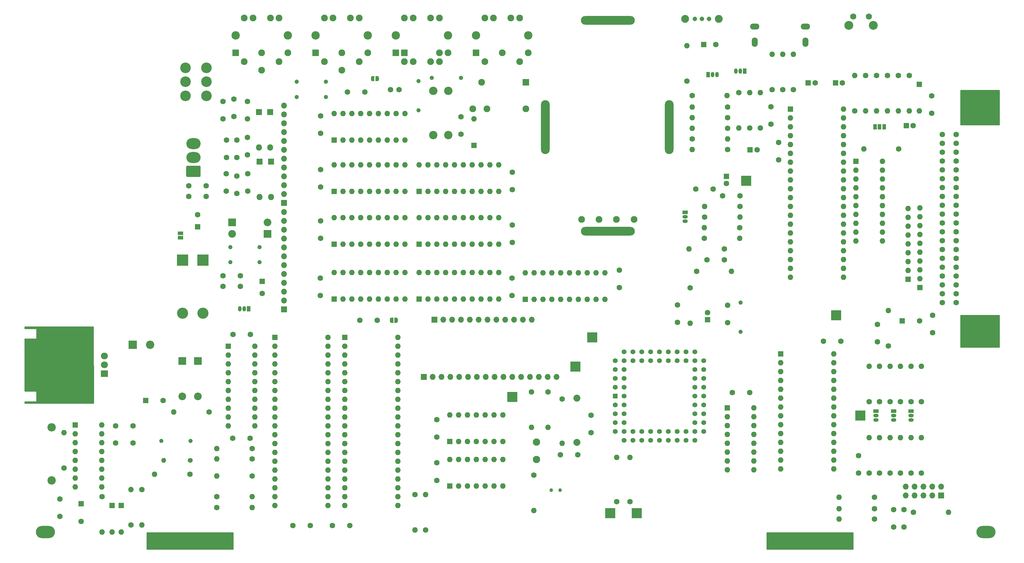
<source format=gbr>
%TF.GenerationSoftware,KiCad,Pcbnew,5.1.5+dfsg1-2build2*%
%TF.CreationDate,2021-10-05T23:16:15-04:00*%
%TF.ProjectId,coco3,636f636f-332e-46b6-9963-61645f706362,1.1.0*%
%TF.SameCoordinates,Original*%
%TF.FileFunction,Soldermask,Top*%
%TF.FilePolarity,Negative*%
%FSLAX46Y46*%
G04 Gerber Fmt 4.6, Leading zero omitted, Abs format (unit mm)*
G04 Created by KiCad (PCBNEW 5.1.5+dfsg1-2build2) date 2021-10-05 23:16:15*
%MOMM*%
%LPD*%
G04 APERTURE LIST*
%ADD10C,1.950000*%
%ADD11O,2.500000X15.500000*%
%ADD12O,15.500000X2.500000*%
%ADD13R,1.700000X1.700000*%
%ADD14O,1.700000X1.700000*%
%ADD15O,1.701800X2.717800*%
%ADD16O,2.717800X1.701800*%
%ADD17C,1.600000*%
%ADD18R,1.600000X1.600000*%
%ADD19R,2.400000X2.400000*%
%ADD20C,2.400000*%
%ADD21C,4.000000*%
%ADD22C,1.600200*%
%ADD23C,0.100000*%
%ADD24O,4.100000X3.160000*%
%ADD25O,3.200000X3.200000*%
%ADD26R,3.200000X3.200000*%
%ADD27R,2.200000X2.200000*%
%ADD28O,2.200000X2.200000*%
%ADD29O,1.600000X1.600000*%
%ADD30R,1.800000X1.800000*%
%ADD31O,1.800000X1.800000*%
%ADD32C,1.422400*%
%ADD33R,1.422400X1.422400*%
%ADD34R,1.050000X1.500000*%
%ADD35O,1.050000X1.500000*%
%ADD36R,1.950000X1.950000*%
%ADD37O,2.000000X2.000000*%
%ADD38C,2.000000*%
%ADD39O,3.500000X3.500000*%
%ADD40R,2.000000X1.905000*%
%ADD41O,2.000000X1.905000*%
%ADD42R,1.500000X1.050000*%
%ADD43O,1.500000X1.050000*%
%ADD44O,2.400000X2.400000*%
%ADD45C,3.044000*%
%ADD46C,1.778000*%
%ADD47C,2.540000*%
%ADD48C,2.250000*%
%ADD49C,1.308000*%
%ADD50C,2.100000*%
%ADD51C,1.030000*%
%ADD52O,5.500000X3.500000*%
%ADD53C,1.240000*%
%ADD54R,3.000000X3.000000*%
%ADD55C,1.400000*%
%ADD56O,1.400000X1.400000*%
%ADD57R,1.000000X1.500000*%
%ADD58R,1.500000X1.000000*%
%ADD59C,0.254000*%
G04 APERTURE END LIST*
D10*
%TO.C,RF1*%
X199796000Y-76774000D03*
X214796000Y-76774000D03*
X209796000Y-76774000D03*
X204796000Y-76774000D03*
D11*
X189321000Y-50274000D03*
X224921000Y-50274000D03*
D12*
X207296000Y-19649000D03*
X207296000Y-80149000D03*
%TD*%
D13*
%TO.C,CN4*%
X157551400Y-105574000D03*
D14*
X160091400Y-105574000D03*
X162631400Y-105574000D03*
X165171400Y-105574000D03*
X167711400Y-105574000D03*
X170251400Y-105574000D03*
X172791400Y-105574000D03*
X175331400Y-105574000D03*
X177871400Y-105574000D03*
X180411400Y-105574000D03*
X182951400Y-105574000D03*
X185491400Y-105574000D03*
%TD*%
D13*
%TO.C,CN6*%
X114301000Y-72074000D03*
D14*
X114301000Y-69534000D03*
X114301000Y-66994000D03*
X114301000Y-64454000D03*
X114301000Y-61914000D03*
X114301000Y-59374000D03*
X114301000Y-56834000D03*
X114301000Y-54294000D03*
X114301000Y-51754000D03*
X114301000Y-49214000D03*
X114301000Y-46674000D03*
X114301000Y-44134000D03*
%TD*%
D13*
%TO.C,CN5*%
X114301000Y-102574000D03*
D14*
X114301000Y-100034000D03*
X114301000Y-97494000D03*
X114301000Y-94954000D03*
X114301000Y-92414000D03*
X114301000Y-89874000D03*
X114301000Y-87334000D03*
X114301000Y-84794000D03*
X114301000Y-82254000D03*
X114301000Y-79714000D03*
X114301000Y-77174000D03*
X114301000Y-74634000D03*
%TD*%
D15*
%TO.C,J5A1001*%
X249501400Y-25874000D03*
D16*
X249501400Y-21374000D03*
%TD*%
D15*
%TO.C,J5B1001*%
X264001400Y-25874000D03*
D16*
X264001400Y-21374000D03*
%TD*%
D17*
%TO.C,C1*%
X256291000Y-59674000D03*
X256291000Y-54674000D03*
%TD*%
D18*
%TO.C,C2*%
X272621000Y-37544000D03*
D17*
X274621000Y-37544000D03*
%TD*%
%TO.C,C3*%
X294951000Y-49864000D03*
D18*
X292951000Y-49864000D03*
%TD*%
D17*
%TO.C,C4*%
X274201000Y-111724000D03*
X269201000Y-111724000D03*
%TD*%
%TO.C,C6*%
X121901000Y-164674000D03*
X116901000Y-164674000D03*
%TD*%
%TO.C,C7*%
X133201000Y-164674000D03*
X128201000Y-164674000D03*
%TD*%
%TO.C,C8*%
X241701000Y-101424000D03*
X241701000Y-106424000D03*
%TD*%
D18*
%TO.C,C9*%
X235931000Y-105544000D03*
D17*
X235931000Y-103544000D03*
%TD*%
%TO.C,C10*%
X227301000Y-106374000D03*
X227301000Y-101374000D03*
%TD*%
%TO.C,C11*%
X284701000Y-106924000D03*
X284701000Y-111924000D03*
%TD*%
%TO.C,C12*%
X248051000Y-126524000D03*
X243051000Y-126524000D03*
%TD*%
%TO.C,C13*%
X104601400Y-139574000D03*
X99601400Y-139574000D03*
%TD*%
%TO.C,C14*%
X50001400Y-162074000D03*
X50001400Y-157074000D03*
%TD*%
%TO.C,C15*%
X56051400Y-163444000D03*
D18*
X56051400Y-158444000D03*
%TD*%
D17*
%TO.C,C16*%
X103801400Y-42944000D03*
X103801400Y-47944000D03*
%TD*%
%TO.C,C17*%
X100801400Y-64324000D03*
X100801400Y-69324000D03*
%TD*%
%TO.C,C18*%
X103961400Y-68624000D03*
X103961400Y-63624000D03*
%TD*%
%TO.C,C19*%
X103801400Y-53274000D03*
X103801400Y-58274000D03*
%TD*%
%TO.C,C20*%
X96801400Y-47944000D03*
X96801400Y-42944000D03*
%TD*%
%TO.C,C21*%
X97801400Y-58974000D03*
X97801400Y-53974000D03*
%TD*%
%TO.C,C22*%
X99901400Y-42244000D03*
X99901400Y-47244000D03*
%TD*%
%TO.C,C23*%
X97701400Y-63624000D03*
X97701400Y-68624000D03*
%TD*%
%TO.C,C24*%
X147371000Y-39504000D03*
X144871000Y-39504000D03*
%TD*%
%TO.C,C25*%
X165151000Y-52324000D03*
X165151000Y-47324000D03*
%TD*%
%TO.C,C26*%
X300551000Y-104274000D03*
X300551000Y-109274000D03*
%TD*%
D18*
%TO.C,C27*%
X291801000Y-105874000D03*
D17*
X296801000Y-105874000D03*
%TD*%
%TO.C,C28*%
X66001400Y-136074000D03*
X71001400Y-136074000D03*
%TD*%
D19*
%TO.C,C29*%
X70901400Y-112774000D03*
D20*
X75901400Y-112774000D03*
%TD*%
D17*
%TO.C,C30*%
X66001400Y-140974000D03*
X71001400Y-140974000D03*
%TD*%
D18*
%TO.C,C31*%
X74661400Y-128774000D03*
D17*
X79661400Y-128774000D03*
%TD*%
%TO.C,C32*%
X96801400Y-96024000D03*
X101801400Y-96024000D03*
%TD*%
%TO.C,C33*%
X101801400Y-92924000D03*
X96801400Y-92924000D03*
%TD*%
%TO.C,C34*%
X254141000Y-44474000D03*
X254141000Y-49474000D03*
%TD*%
%TO.C,C35*%
X91951400Y-67124000D03*
X86951400Y-67124000D03*
%TD*%
%TO.C,C36*%
X86951400Y-70174000D03*
X91951400Y-70174000D03*
%TD*%
%TO.C,C37*%
X240781000Y-88344000D03*
X235781000Y-88344000D03*
%TD*%
%TO.C,C38*%
X210601000Y-91374000D03*
X210601000Y-96374000D03*
%TD*%
%TO.C,C39*%
X179901000Y-63214000D03*
X179901000Y-68214000D03*
%TD*%
%TO.C,C40*%
X179776000Y-98614000D03*
X179776000Y-93614000D03*
%TD*%
%TO.C,C41*%
X179901000Y-83414000D03*
X179901000Y-78414000D03*
%TD*%
%TO.C,C42*%
X279301000Y-144574000D03*
X279301000Y-149574000D03*
%TD*%
%TO.C,C43*%
X124801000Y-52074000D03*
X124801000Y-47074000D03*
%TD*%
%TO.C,C44*%
X124801000Y-67514000D03*
X124801000Y-62514000D03*
%TD*%
%TO.C,C45*%
X124801000Y-77174000D03*
X124801000Y-82174000D03*
%TD*%
%TO.C,C46*%
X124731000Y-98624000D03*
X124731000Y-93624000D03*
%TD*%
%TO.C,C47*%
X158201000Y-139274000D03*
X158201000Y-134274000D03*
%TD*%
%TO.C,C48*%
X158201000Y-146674000D03*
X158201000Y-151674000D03*
%TD*%
%TO.C,C49*%
X100801400Y-53974000D03*
X100801400Y-58974000D03*
%TD*%
%TO.C,C50*%
X245201000Y-69974000D03*
X240201000Y-69974000D03*
%TD*%
%TO.C,C51*%
X232501000Y-68054000D03*
X237501000Y-68054000D03*
%TD*%
D18*
%TO.C,C54*%
X234801000Y-26574000D03*
D17*
X238301000Y-26574000D03*
%TD*%
%TO.C,C55*%
X250131000Y-56774000D03*
D18*
X248131000Y-56774000D03*
%TD*%
D17*
%TO.C,C56*%
X266821000Y-37614000D03*
D18*
X264821000Y-37614000D03*
%TD*%
D17*
%TO.C,C58*%
X292301000Y-160074000D03*
X292301000Y-165074000D03*
%TD*%
%TO.C,C59*%
X289301000Y-165074000D03*
X289301000Y-160074000D03*
%TD*%
%TO.C,C60*%
X198701000Y-144324000D03*
X193701000Y-144324000D03*
%TD*%
%TO.C,C61*%
X300301000Y-41274000D03*
X300301000Y-46274000D03*
%TD*%
D18*
%TO.C,C62*%
X89531400Y-78894000D03*
D17*
X89531400Y-75394000D03*
%TD*%
D18*
%TO.C,C63*%
X108101000Y-94524000D03*
D17*
X108101000Y-98024000D03*
%TD*%
%TO.C,C64*%
X202451000Y-132974000D03*
X202451000Y-137974000D03*
%TD*%
%TO.C,C65*%
X141101000Y-105724000D03*
X136101000Y-105724000D03*
%TD*%
%TO.C,C66*%
X132501000Y-40224000D03*
X137501000Y-40224000D03*
%TD*%
D18*
%TO.C,C67*%
X241311000Y-64444000D03*
D17*
X241311000Y-66444000D03*
%TD*%
%TO.C,C68*%
X99701400Y-109774000D03*
X104701400Y-109774000D03*
%TD*%
D21*
%TO.C,CN1*%
X311950000Y-109276500D03*
X311950000Y-43871500D03*
D22*
X303288600Y-100704000D03*
X303288600Y-98164000D03*
X303288600Y-95624000D03*
X303288600Y-93084000D03*
X303288600Y-90544000D03*
X303288600Y-88004000D03*
X303288600Y-85464000D03*
X303288600Y-82924000D03*
X303288600Y-80384000D03*
X303288600Y-77844000D03*
X303288600Y-75304000D03*
X303288600Y-72764000D03*
X303288600Y-70224000D03*
X303288600Y-67684000D03*
X303288600Y-65144000D03*
X303288600Y-62604000D03*
X303288600Y-60064000D03*
X303288600Y-57524000D03*
X303288600Y-54984000D03*
X303288600Y-52444000D03*
X307251000Y-100704000D03*
X307251000Y-98164000D03*
X307251000Y-95624000D03*
X307251000Y-93084000D03*
X307251000Y-90544000D03*
X307251000Y-88004000D03*
X307251000Y-85464000D03*
X307251000Y-82924000D03*
X307251000Y-80384000D03*
X307251000Y-77844000D03*
X307251000Y-75304000D03*
X307251000Y-72764000D03*
X307251000Y-70224000D03*
X307251000Y-67684000D03*
X307251000Y-65144000D03*
X307251000Y-62604000D03*
X307251000Y-60064000D03*
X307251000Y-57524000D03*
X307251000Y-54984000D03*
X307251000Y-52444000D03*
%TD*%
D13*
%TO.C,CN3*%
X303001000Y-156074000D03*
D14*
X303001000Y-153534000D03*
X300461000Y-156074000D03*
X300461000Y-153534000D03*
X297921000Y-156074000D03*
X297921000Y-153534000D03*
X295381000Y-156074000D03*
X295381000Y-153534000D03*
X292841000Y-156074000D03*
X292841000Y-153534000D03*
%TD*%
D23*
%TO.C,CN7*%
G36*
X90135904Y-61395204D02*
G01*
X90160173Y-61398804D01*
X90183971Y-61404765D01*
X90207071Y-61413030D01*
X90229249Y-61423520D01*
X90250293Y-61436133D01*
X90269998Y-61450747D01*
X90288177Y-61467223D01*
X90304653Y-61485402D01*
X90319267Y-61505107D01*
X90331880Y-61526151D01*
X90342370Y-61548329D01*
X90350635Y-61571429D01*
X90356596Y-61595227D01*
X90360196Y-61619496D01*
X90361400Y-61644000D01*
X90361400Y-64304000D01*
X90360196Y-64328504D01*
X90356596Y-64352773D01*
X90350635Y-64376571D01*
X90342370Y-64399671D01*
X90331880Y-64421849D01*
X90319267Y-64442893D01*
X90304653Y-64462598D01*
X90288177Y-64480777D01*
X90269998Y-64497253D01*
X90250293Y-64511867D01*
X90229249Y-64524480D01*
X90207071Y-64534970D01*
X90183971Y-64543235D01*
X90160173Y-64549196D01*
X90135904Y-64552796D01*
X90111400Y-64554000D01*
X86511400Y-64554000D01*
X86486896Y-64552796D01*
X86462627Y-64549196D01*
X86438829Y-64543235D01*
X86415729Y-64534970D01*
X86393551Y-64524480D01*
X86372507Y-64511867D01*
X86352802Y-64497253D01*
X86334623Y-64480777D01*
X86318147Y-64462598D01*
X86303533Y-64442893D01*
X86290920Y-64421849D01*
X86280430Y-64399671D01*
X86272165Y-64376571D01*
X86266204Y-64352773D01*
X86262604Y-64328504D01*
X86261400Y-64304000D01*
X86261400Y-61644000D01*
X86262604Y-61619496D01*
X86266204Y-61595227D01*
X86272165Y-61571429D01*
X86280430Y-61548329D01*
X86290920Y-61526151D01*
X86303533Y-61505107D01*
X86318147Y-61485402D01*
X86334623Y-61467223D01*
X86352802Y-61450747D01*
X86372507Y-61436133D01*
X86393551Y-61423520D01*
X86415729Y-61413030D01*
X86438829Y-61404765D01*
X86462627Y-61398804D01*
X86486896Y-61395204D01*
X86511400Y-61394000D01*
X90111400Y-61394000D01*
X90135904Y-61395204D01*
G37*
D24*
X88311400Y-59014000D03*
X88311400Y-55054000D03*
%TD*%
D25*
%TO.C,D1*%
X85201400Y-103714000D03*
D26*
X85201400Y-88474000D03*
%TD*%
%TO.C,D2*%
X91051400Y-88474000D03*
D25*
X91051400Y-103714000D03*
%TD*%
D27*
%TO.C,D3*%
X89651400Y-117464000D03*
D28*
X89651400Y-127624000D03*
%TD*%
%TO.C,D4*%
X85141400Y-127624000D03*
D27*
X85141400Y-117464000D03*
%TD*%
D29*
%TO.C,D5*%
X168901000Y-47954000D03*
D18*
X168901000Y-55574000D03*
%TD*%
%TO.C,D6*%
X65001400Y-158914000D03*
D29*
X65001400Y-166534000D03*
%TD*%
%TO.C,D7*%
X67601400Y-166534000D03*
D18*
X67601400Y-158914000D03*
%TD*%
D30*
%TO.C,D8*%
X107111400Y-45964000D03*
D31*
X107111400Y-56124000D03*
%TD*%
%TO.C,D9*%
X110381400Y-56124000D03*
D30*
X110381400Y-45964000D03*
%TD*%
D31*
%TO.C,D10*%
X107321400Y-70364000D03*
D30*
X107321400Y-60204000D03*
%TD*%
%TO.C,D11*%
X110631400Y-60194000D03*
D31*
X110631400Y-70354000D03*
%TD*%
D18*
%TO.C,D12*%
X296701000Y-38004000D03*
D29*
X296701000Y-45624000D03*
%TD*%
D27*
%TO.C,D13*%
X99411400Y-77614000D03*
D28*
X109571400Y-77614000D03*
%TD*%
%TO.C,D14*%
X99411000Y-80894000D03*
D27*
X109571000Y-80894000D03*
%TD*%
D18*
%TO.C,IC1*%
X259701000Y-45154000D03*
D29*
X274941000Y-93414000D03*
X259701000Y-47694000D03*
X274941000Y-90874000D03*
X259701000Y-50234000D03*
X274941000Y-88334000D03*
X259701000Y-52774000D03*
X274941000Y-85794000D03*
X259701000Y-55314000D03*
X274941000Y-83254000D03*
X259701000Y-57854000D03*
X274941000Y-80714000D03*
X259701000Y-60394000D03*
X274941000Y-78174000D03*
X259701000Y-62934000D03*
X274941000Y-75634000D03*
X259701000Y-65474000D03*
X274941000Y-73094000D03*
X259701000Y-68014000D03*
X274941000Y-70554000D03*
X259701000Y-70554000D03*
X274941000Y-68014000D03*
X259701000Y-73094000D03*
X274941000Y-65474000D03*
X259701000Y-75634000D03*
X274941000Y-62934000D03*
X259701000Y-78174000D03*
X274941000Y-60394000D03*
X259701000Y-80714000D03*
X274941000Y-57854000D03*
X259701000Y-83254000D03*
X274941000Y-55314000D03*
X259701000Y-85794000D03*
X274941000Y-52774000D03*
X259701000Y-88334000D03*
X274941000Y-50234000D03*
X259701000Y-90874000D03*
X274941000Y-47694000D03*
X259701000Y-93414000D03*
X274941000Y-45154000D03*
%TD*%
D18*
%TO.C,IC3*%
X278531000Y-60074000D03*
D29*
X286151000Y-82934000D03*
X278531000Y-62614000D03*
X286151000Y-80394000D03*
X278531000Y-65154000D03*
X286151000Y-77854000D03*
X278531000Y-67694000D03*
X286151000Y-75314000D03*
X278531000Y-70234000D03*
X286151000Y-72774000D03*
X278531000Y-72774000D03*
X286151000Y-70234000D03*
X278531000Y-75314000D03*
X286151000Y-67694000D03*
X278531000Y-77854000D03*
X286151000Y-65154000D03*
X278531000Y-80394000D03*
X286151000Y-62614000D03*
X278531000Y-82934000D03*
X286151000Y-60074000D03*
%TD*%
%TO.C,IC4*%
X126941000Y-110634000D03*
X111701000Y-158894000D03*
X126941000Y-113174000D03*
X111701000Y-156354000D03*
X126941000Y-115714000D03*
X111701000Y-153814000D03*
X126941000Y-118254000D03*
X111701000Y-151274000D03*
X126941000Y-120794000D03*
X111701000Y-148734000D03*
X126941000Y-123334000D03*
X111701000Y-146194000D03*
X126941000Y-125874000D03*
X111701000Y-143654000D03*
X126941000Y-128414000D03*
X111701000Y-141114000D03*
X126941000Y-130954000D03*
X111701000Y-138574000D03*
X126941000Y-133494000D03*
X111701000Y-136034000D03*
X126941000Y-136034000D03*
X111701000Y-133494000D03*
X126941000Y-138574000D03*
X111701000Y-130954000D03*
X126941000Y-141114000D03*
X111701000Y-128414000D03*
X126941000Y-143654000D03*
X111701000Y-125874000D03*
X126941000Y-146194000D03*
X111701000Y-123334000D03*
X126941000Y-148734000D03*
X111701000Y-120794000D03*
X126941000Y-151274000D03*
X111701000Y-118254000D03*
X126941000Y-153814000D03*
X111701000Y-115714000D03*
X126941000Y-156354000D03*
X111701000Y-113174000D03*
X126941000Y-158894000D03*
D18*
X111701000Y-110634000D03*
%TD*%
%TO.C,IC5*%
X131781000Y-110634000D03*
D29*
X147021000Y-158894000D03*
X131781000Y-113174000D03*
X147021000Y-156354000D03*
X131781000Y-115714000D03*
X147021000Y-153814000D03*
X131781000Y-118254000D03*
X147021000Y-151274000D03*
X131781000Y-120794000D03*
X147021000Y-148734000D03*
X131781000Y-123334000D03*
X147021000Y-146194000D03*
X131781000Y-125874000D03*
X147021000Y-143654000D03*
X131781000Y-128414000D03*
X147021000Y-141114000D03*
X131781000Y-130954000D03*
X147021000Y-138574000D03*
X131781000Y-133494000D03*
X147021000Y-136034000D03*
X131781000Y-136034000D03*
X147021000Y-133494000D03*
X131781000Y-138574000D03*
X147021000Y-130954000D03*
X131781000Y-141114000D03*
X147021000Y-128414000D03*
X131781000Y-143654000D03*
X147021000Y-125874000D03*
X131781000Y-146194000D03*
X147021000Y-123334000D03*
X131781000Y-148734000D03*
X147021000Y-120794000D03*
X131781000Y-151274000D03*
X147021000Y-118254000D03*
X131781000Y-153814000D03*
X147021000Y-115714000D03*
X131781000Y-156354000D03*
X147021000Y-113174000D03*
X131781000Y-158894000D03*
X147021000Y-110634000D03*
%TD*%
D32*
%TO.C,IC6*%
X211941000Y-127474000D03*
X211941000Y-130014000D03*
X211941000Y-132554000D03*
X211941000Y-135094000D03*
X211941000Y-124934000D03*
X211941000Y-122394000D03*
X211941000Y-119854000D03*
X211941000Y-117314000D03*
D33*
X209401000Y-127474000D03*
D32*
X209401000Y-130014000D03*
X209401000Y-132554000D03*
X209401000Y-135094000D03*
X209401000Y-137634000D03*
X209401000Y-124934000D03*
X209401000Y-122394000D03*
X209401000Y-119854000D03*
X211941000Y-137634000D03*
X214481000Y-137634000D03*
X217021000Y-137634000D03*
X219561000Y-137634000D03*
X222101000Y-137634000D03*
X224641000Y-137634000D03*
X227181000Y-137634000D03*
X229721000Y-137634000D03*
X211941000Y-140174000D03*
X214481000Y-140174000D03*
X217021000Y-140174000D03*
X219561000Y-140174000D03*
X222101000Y-140174000D03*
X224641000Y-140174000D03*
X227181000Y-140174000D03*
X229721000Y-140174000D03*
X232261000Y-140174000D03*
X232261000Y-137634000D03*
X232261000Y-135094000D03*
X232261000Y-132554000D03*
X232261000Y-130014000D03*
X232261000Y-127474000D03*
X232261000Y-124934000D03*
X232261000Y-122394000D03*
X232261000Y-119854000D03*
X232261000Y-114774000D03*
X234801000Y-137634000D03*
X234801000Y-135094000D03*
X234801000Y-132554000D03*
X234801000Y-130014000D03*
X234801000Y-127474000D03*
X234801000Y-124934000D03*
X234801000Y-122394000D03*
X234801000Y-119854000D03*
X234801000Y-117314000D03*
X232261000Y-117314000D03*
X229721000Y-117314000D03*
X227181000Y-117314000D03*
X224641000Y-117314000D03*
X222101000Y-117314000D03*
X219561000Y-117314000D03*
X217021000Y-117314000D03*
X214481000Y-117314000D03*
X209401000Y-117314000D03*
X229721000Y-114774000D03*
X227181000Y-114774000D03*
X224641000Y-114774000D03*
X222101000Y-114774000D03*
X219561000Y-114774000D03*
X217021000Y-114774000D03*
X214481000Y-114774000D03*
X211941000Y-114774000D03*
%TD*%
D29*
%TO.C,IC7*%
X105921400Y-113174000D03*
X98301400Y-136034000D03*
X105921400Y-115714000D03*
X98301400Y-133494000D03*
X105921400Y-118254000D03*
X98301400Y-130954000D03*
X105921400Y-120794000D03*
X98301400Y-128414000D03*
X105921400Y-123334000D03*
X98301400Y-125874000D03*
X105921400Y-125874000D03*
X98301400Y-123334000D03*
X105921400Y-128414000D03*
X98301400Y-120794000D03*
X105921400Y-130954000D03*
X98301400Y-118254000D03*
X105921400Y-133494000D03*
X98301400Y-115714000D03*
X105921400Y-136034000D03*
D18*
X98301400Y-113174000D03*
%TD*%
D29*
%TO.C,IC8*%
X62021400Y-135774000D03*
X54401400Y-153554000D03*
X62021400Y-138314000D03*
X54401400Y-151014000D03*
X62021400Y-140854000D03*
X54401400Y-148474000D03*
X62021400Y-143394000D03*
X54401400Y-145934000D03*
X62021400Y-145934000D03*
X54401400Y-143394000D03*
X62021400Y-148474000D03*
X54401400Y-140854000D03*
X62021400Y-151014000D03*
X54401400Y-138314000D03*
X62021400Y-153554000D03*
D18*
X54401400Y-135774000D03*
%TD*%
%TO.C,IC9*%
X241601000Y-130854000D03*
D29*
X249221000Y-148634000D03*
X241601000Y-133394000D03*
X249221000Y-146094000D03*
X241601000Y-135934000D03*
X249221000Y-143554000D03*
X241601000Y-138474000D03*
X249221000Y-141014000D03*
X241601000Y-141014000D03*
X249221000Y-138474000D03*
X241601000Y-143554000D03*
X249221000Y-135934000D03*
X241601000Y-146094000D03*
X249221000Y-133394000D03*
X241601000Y-148634000D03*
X249221000Y-130854000D03*
%TD*%
%TO.C,IC10*%
X183601000Y-92074000D03*
X206461000Y-99694000D03*
X186141000Y-92074000D03*
X203921000Y-99694000D03*
X188681000Y-92074000D03*
X201381000Y-99694000D03*
X191221000Y-92074000D03*
X198841000Y-99694000D03*
X193761000Y-92074000D03*
X196301000Y-99694000D03*
X196301000Y-92074000D03*
X193761000Y-99694000D03*
X198841000Y-92074000D03*
X191221000Y-99694000D03*
X201381000Y-92074000D03*
X188681000Y-99694000D03*
X203921000Y-92074000D03*
X186141000Y-99694000D03*
X206461000Y-92074000D03*
D18*
X183601000Y-99694000D03*
%TD*%
%TO.C,IC11*%
X153101000Y-68704000D03*
D29*
X175961000Y-61084000D03*
X155641000Y-68704000D03*
X173421000Y-61084000D03*
X158181000Y-68704000D03*
X170881000Y-61084000D03*
X160721000Y-68704000D03*
X168341000Y-61084000D03*
X163261000Y-68704000D03*
X165801000Y-61084000D03*
X165801000Y-68704000D03*
X163261000Y-61084000D03*
X168341000Y-68704000D03*
X160721000Y-61084000D03*
X170881000Y-68704000D03*
X158181000Y-61084000D03*
X173421000Y-68704000D03*
X155641000Y-61084000D03*
X175961000Y-68704000D03*
X153101000Y-61084000D03*
%TD*%
%TO.C,IC12*%
X153101000Y-92004000D03*
X175961000Y-99624000D03*
X155641000Y-92004000D03*
X173421000Y-99624000D03*
X158181000Y-92004000D03*
X170881000Y-99624000D03*
X160721000Y-92004000D03*
X168341000Y-99624000D03*
X163261000Y-92004000D03*
X165801000Y-99624000D03*
X165801000Y-92004000D03*
X163261000Y-99624000D03*
X168341000Y-92004000D03*
X160721000Y-99624000D03*
X170881000Y-92004000D03*
X158181000Y-99624000D03*
X173421000Y-92004000D03*
X155641000Y-99624000D03*
X175961000Y-92004000D03*
D18*
X153101000Y-99624000D03*
%TD*%
%TO.C,IC13*%
X153101000Y-83884000D03*
D29*
X175961000Y-76264000D03*
X155641000Y-83884000D03*
X173421000Y-76264000D03*
X158181000Y-83884000D03*
X170881000Y-76264000D03*
X160721000Y-83884000D03*
X168341000Y-76264000D03*
X163261000Y-83884000D03*
X165801000Y-76264000D03*
X165801000Y-83884000D03*
X163261000Y-76264000D03*
X168341000Y-83884000D03*
X160721000Y-76264000D03*
X170881000Y-83884000D03*
X158181000Y-76264000D03*
X173421000Y-83884000D03*
X155641000Y-76264000D03*
X175961000Y-83884000D03*
X153101000Y-76264000D03*
%TD*%
%TO.C,IC14*%
X161931000Y-132914000D03*
X177171000Y-140534000D03*
X164471000Y-132914000D03*
X174631000Y-140534000D03*
X167011000Y-132914000D03*
X172091000Y-140534000D03*
X169551000Y-132914000D03*
X169551000Y-140534000D03*
X172091000Y-132914000D03*
X167011000Y-140534000D03*
X174631000Y-132914000D03*
X164471000Y-140534000D03*
X177171000Y-132914000D03*
D18*
X161931000Y-140534000D03*
%TD*%
%TO.C,IC15*%
X161931000Y-153324000D03*
D29*
X177171000Y-145704000D03*
X164471000Y-153324000D03*
X174631000Y-145704000D03*
X167011000Y-153324000D03*
X172091000Y-145704000D03*
X169551000Y-153324000D03*
X169551000Y-145704000D03*
X172091000Y-153324000D03*
X167011000Y-145704000D03*
X174631000Y-153324000D03*
X164471000Y-145704000D03*
X177171000Y-153324000D03*
X161931000Y-145704000D03*
%TD*%
%TO.C,IC16*%
X128751000Y-76264000D03*
X149071000Y-83884000D03*
X131291000Y-76264000D03*
X146531000Y-83884000D03*
X133831000Y-76264000D03*
X143991000Y-83884000D03*
X136371000Y-76264000D03*
X141451000Y-83884000D03*
X138911000Y-76264000D03*
X138911000Y-83884000D03*
X141451000Y-76264000D03*
X136371000Y-83884000D03*
X143991000Y-76264000D03*
X133831000Y-83884000D03*
X146531000Y-76264000D03*
X131291000Y-83884000D03*
X149071000Y-76264000D03*
D18*
X128751000Y-83884000D03*
%TD*%
%TO.C,IC17*%
X128751000Y-99624000D03*
D29*
X149071000Y-92004000D03*
X131291000Y-99624000D03*
X146531000Y-92004000D03*
X133831000Y-99624000D03*
X143991000Y-92004000D03*
X136371000Y-99624000D03*
X141451000Y-92004000D03*
X138911000Y-99624000D03*
X138911000Y-92004000D03*
X141451000Y-99624000D03*
X136371000Y-92004000D03*
X143991000Y-99624000D03*
X133831000Y-92004000D03*
X146531000Y-99624000D03*
X131291000Y-92004000D03*
X149071000Y-99624000D03*
X128751000Y-92004000D03*
%TD*%
D18*
%TO.C,IC18*%
X128751000Y-53974000D03*
D29*
X149071000Y-46354000D03*
X131291000Y-53974000D03*
X146531000Y-46354000D03*
X133831000Y-53974000D03*
X143991000Y-46354000D03*
X136371000Y-53974000D03*
X141451000Y-46354000D03*
X138911000Y-53974000D03*
X138911000Y-46354000D03*
X141451000Y-53974000D03*
X136371000Y-46354000D03*
X143991000Y-53974000D03*
X133831000Y-46354000D03*
X146531000Y-53974000D03*
X131291000Y-46354000D03*
X149071000Y-53974000D03*
X128751000Y-46354000D03*
%TD*%
%TO.C,IC19*%
X128751000Y-61084000D03*
X149071000Y-68704000D03*
X131291000Y-61084000D03*
X146531000Y-68704000D03*
X133831000Y-61084000D03*
X143991000Y-68704000D03*
X136371000Y-61084000D03*
X141451000Y-68704000D03*
X138911000Y-61084000D03*
X138911000Y-68704000D03*
X141451000Y-61084000D03*
X136371000Y-68704000D03*
X143991000Y-61084000D03*
X133831000Y-68704000D03*
X146531000Y-61084000D03*
X131291000Y-68704000D03*
X149071000Y-61084000D03*
D18*
X128751000Y-68704000D03*
%TD*%
D34*
%TO.C,IC36*%
X104201000Y-102474000D03*
D35*
X101661000Y-102474000D03*
X102931000Y-102474000D03*
%TD*%
D14*
%TO.C,CN2*%
X192541000Y-121984000D03*
X190001000Y-121984000D03*
X187461000Y-121984000D03*
X184921000Y-121984000D03*
X182381000Y-121984000D03*
X179841000Y-121984000D03*
X177301000Y-121984000D03*
X174761000Y-121984000D03*
X172221000Y-121984000D03*
X169681000Y-121984000D03*
X167141000Y-121984000D03*
X164601000Y-121984000D03*
X162061000Y-121984000D03*
X159521000Y-121984000D03*
X156981000Y-121984000D03*
D13*
X154441000Y-121984000D03*
%TD*%
D10*
%TO.C,JK1*%
X112921000Y-18964000D03*
X102921000Y-18964000D03*
X107921000Y-33964000D03*
X115421000Y-28964000D03*
D20*
X115421000Y-23964000D03*
X100421000Y-23964000D03*
D10*
X102921000Y-31464000D03*
X112921000Y-31464000D03*
D36*
X100421000Y-28964000D03*
D10*
X107921000Y-28964000D03*
X105421000Y-18964000D03*
X110421000Y-18964000D03*
%TD*%
%TO.C,JK2*%
X133421000Y-18964000D03*
X128421000Y-18964000D03*
X130921000Y-28964000D03*
D36*
X123421000Y-28964000D03*
D10*
X135921000Y-31464000D03*
X125921000Y-31464000D03*
D20*
X123421000Y-23964000D03*
X138421000Y-23964000D03*
D10*
X138421000Y-28964000D03*
X130921000Y-33964000D03*
X125921000Y-18964000D03*
X135921000Y-18964000D03*
%TD*%
%TO.C,JK3*%
X156421000Y-18964000D03*
X151421000Y-18964000D03*
X158921000Y-28964000D03*
D36*
X148921000Y-28964000D03*
D10*
X156421000Y-31464000D03*
X151421000Y-31464000D03*
D20*
X146421000Y-23964000D03*
X161421000Y-23964000D03*
D10*
X148921000Y-18964000D03*
X158921000Y-18964000D03*
D36*
X146421000Y-28964000D03*
D10*
X161421000Y-28964000D03*
X158921000Y-31464000D03*
X148921000Y-31464000D03*
%TD*%
%TO.C,JK4*%
X179451000Y-18964000D03*
X174451000Y-18964000D03*
X176951000Y-28964000D03*
D36*
X169451000Y-28964000D03*
D10*
X181951000Y-31464000D03*
X171951000Y-31464000D03*
D20*
X169451000Y-23964000D03*
X184451000Y-23964000D03*
D10*
X184451000Y-28964000D03*
X181951000Y-18964000D03*
X171951000Y-18964000D03*
%TD*%
D37*
%TO.C,L1*%
X198451000Y-128124000D03*
D38*
X198451000Y-140824000D03*
%TD*%
D29*
%TO.C,MP1*%
X296891000Y-73514000D03*
X296891000Y-76054000D03*
X296891000Y-78594000D03*
X296891000Y-81134000D03*
X296891000Y-83674000D03*
X296891000Y-86214000D03*
X296891000Y-88754000D03*
X296891000Y-91294000D03*
X296891000Y-93834000D03*
D18*
X296891000Y-96374000D03*
%TD*%
D29*
%TO.C,MP2*%
X293451000Y-73624000D03*
X293451000Y-76164000D03*
X293451000Y-78704000D03*
X293451000Y-81244000D03*
X293451000Y-83784000D03*
X293451000Y-86324000D03*
X293451000Y-88864000D03*
X293451000Y-91404000D03*
D18*
X293451000Y-93944000D03*
%TD*%
D39*
%TO.C,Q1*%
X46141400Y-118557000D03*
D40*
X62801400Y-121097000D03*
D41*
X62801400Y-118557000D03*
X62801400Y-116017000D03*
%TD*%
D35*
%TO.C,Q2*%
X237361000Y-35174000D03*
X238631000Y-35174000D03*
D34*
X236091000Y-35174000D03*
%TD*%
D42*
%TO.C,Q3*%
X229491000Y-74724000D03*
D43*
X229491000Y-77264000D03*
X229491000Y-75994000D03*
%TD*%
D34*
%TO.C,Q4*%
X246591000Y-34224000D03*
D35*
X244051000Y-34224000D03*
X245321000Y-34224000D03*
%TD*%
D43*
%TO.C,Q5*%
X284301000Y-133094000D03*
X284301000Y-134364000D03*
D42*
X284301000Y-131824000D03*
%TD*%
%TO.C,Q6*%
X289301000Y-131824000D03*
D43*
X289301000Y-134364000D03*
X289301000Y-133094000D03*
%TD*%
%TO.C,Q7*%
X294301000Y-133094000D03*
X294301000Y-134364000D03*
D42*
X294301000Y-131824000D03*
%TD*%
D29*
%TO.C,R1*%
X293826000Y-45624000D03*
D17*
X293826000Y-35464000D03*
%TD*%
D29*
%TO.C,R2*%
X281326000Y-45624000D03*
D17*
X281326000Y-35464000D03*
%TD*%
%TO.C,R3*%
X284451000Y-35464000D03*
D29*
X284451000Y-45624000D03*
%TD*%
D17*
%TO.C,R4*%
X287576000Y-35464000D03*
D29*
X287576000Y-45624000D03*
%TD*%
%TO.C,R5*%
X290701000Y-45624000D03*
D17*
X290701000Y-35464000D03*
%TD*%
D29*
%TO.C,R6*%
X155001000Y-155814000D03*
D17*
X155001000Y-165974000D03*
%TD*%
D29*
%TO.C,R7*%
X105161400Y-159474000D03*
D17*
X95001400Y-159474000D03*
%TD*%
%TO.C,R8*%
X230901000Y-96424000D03*
D29*
X230901000Y-106584000D03*
%TD*%
D17*
%TO.C,R9*%
X213651000Y-157794000D03*
D29*
X213651000Y-145094000D03*
%TD*%
D17*
%TO.C,R10*%
X209801000Y-157794000D03*
D29*
X209801000Y-145094000D03*
%TD*%
%TO.C,R11*%
X287801000Y-102964000D03*
D17*
X287801000Y-113124000D03*
%TD*%
%TO.C,R12*%
X95001400Y-156374000D03*
D29*
X105161400Y-156374000D03*
%TD*%
D44*
%TO.C,R13*%
X157201000Y-39874000D03*
D20*
X157201000Y-52574000D03*
%TD*%
%TO.C,R14*%
X161501000Y-52574000D03*
D44*
X161501000Y-39874000D03*
%TD*%
D29*
%TO.C,R16*%
X73501400Y-164534000D03*
D17*
X73501400Y-154374000D03*
%TD*%
%TO.C,R17*%
X70401400Y-164534000D03*
D29*
X70401400Y-154374000D03*
%TD*%
%TO.C,R18*%
X77141400Y-149974000D03*
D17*
X87301400Y-149974000D03*
%TD*%
D44*
%TO.C,R19*%
X47601400Y-136434000D03*
D20*
X47601400Y-151674000D03*
%TD*%
D17*
%TO.C,R20*%
X51201400Y-148174000D03*
D29*
X51201400Y-138014000D03*
%TD*%
%TO.C,R21*%
X151901000Y-165974000D03*
D17*
X151901000Y-155814000D03*
%TD*%
%TO.C,R22*%
X185401000Y-126274000D03*
D29*
X185401000Y-136434000D03*
%TD*%
D17*
%TO.C,R23*%
X190101000Y-126274000D03*
D29*
X190101000Y-136434000D03*
%TD*%
%TO.C,R26*%
X235031000Y-73044000D03*
D17*
X245191000Y-73044000D03*
%TD*%
D29*
%TO.C,R27*%
X245181000Y-82224000D03*
D17*
X235021000Y-82224000D03*
%TD*%
%TO.C,R28*%
X235031000Y-76104000D03*
D29*
X245191000Y-76104000D03*
%TD*%
%TO.C,R29*%
X235021000Y-79174000D03*
D17*
X245181000Y-79174000D03*
%TD*%
D29*
%TO.C,R30*%
X231491000Y-50604000D03*
D17*
X241651000Y-50604000D03*
%TD*%
D29*
%TO.C,R31*%
X251041000Y-40364000D03*
D17*
X251041000Y-50524000D03*
%TD*%
D29*
%TO.C,R32*%
X254461000Y-29364000D03*
D17*
X254461000Y-39524000D03*
%TD*%
D29*
%TO.C,R33*%
X248011000Y-40364000D03*
D17*
X248011000Y-50524000D03*
%TD*%
%TO.C,R34*%
X244881000Y-40364000D03*
D29*
X244881000Y-50524000D03*
%TD*%
D17*
%TO.C,R35*%
X257501000Y-39524000D03*
D29*
X257501000Y-29364000D03*
%TD*%
%TO.C,R36*%
X260561000Y-29354000D03*
D17*
X260561000Y-39514000D03*
%TD*%
%TO.C,R38*%
X282301000Y-129074000D03*
D29*
X282301000Y-118914000D03*
%TD*%
%TO.C,R39*%
X285301000Y-118914000D03*
D17*
X285301000Y-129074000D03*
%TD*%
%TO.C,R40*%
X283801000Y-156574000D03*
D29*
X273641000Y-156574000D03*
%TD*%
%TO.C,R42*%
X282301000Y-139414000D03*
D17*
X282301000Y-149574000D03*
%TD*%
%TO.C,R43*%
X285301000Y-149574000D03*
D29*
X285301000Y-139414000D03*
%TD*%
D17*
%TO.C,R45*%
X288301000Y-129074000D03*
D29*
X288301000Y-118914000D03*
%TD*%
%TO.C,R46*%
X291301000Y-118914000D03*
D17*
X291301000Y-129074000D03*
%TD*%
D29*
%TO.C,R47*%
X273641000Y-159824000D03*
D17*
X283801000Y-159824000D03*
%TD*%
%TO.C,R49*%
X288301000Y-149574000D03*
D29*
X288301000Y-139414000D03*
%TD*%
D17*
%TO.C,R50*%
X291301000Y-149574000D03*
D29*
X291301000Y-139414000D03*
%TD*%
D17*
%TO.C,R52*%
X294301000Y-129074000D03*
D29*
X294301000Y-118914000D03*
%TD*%
D17*
%TO.C,R53*%
X297301000Y-129074000D03*
D29*
X297301000Y-118914000D03*
%TD*%
%TO.C,R54*%
X273641000Y-162824000D03*
D17*
X283801000Y-162824000D03*
%TD*%
D29*
%TO.C,R56*%
X294301000Y-139414000D03*
D17*
X294301000Y-149574000D03*
%TD*%
D29*
%TO.C,R57*%
X297301000Y-139414000D03*
D17*
X297301000Y-149574000D03*
%TD*%
%TO.C,R59*%
X105161000Y-150474000D03*
D29*
X95001000Y-150474000D03*
%TD*%
D17*
%TO.C,R60*%
X230001000Y-37044000D03*
D29*
X230001000Y-26884000D03*
%TD*%
%TO.C,R61*%
X95001000Y-145574000D03*
D17*
X105161000Y-145574000D03*
%TD*%
%TO.C,R62*%
X105161000Y-142574000D03*
D29*
X95001000Y-142574000D03*
%TD*%
%TO.C,R63*%
X194201000Y-141024000D03*
D17*
X194201000Y-128324000D03*
%TD*%
D29*
%TO.C,R65*%
X186051000Y-160384000D03*
D17*
X186051000Y-150224000D03*
%TD*%
%TO.C,R66*%
X62101400Y-156374000D03*
D29*
X62101400Y-166534000D03*
%TD*%
D17*
%TO.C,R68*%
X240781000Y-85274000D03*
D29*
X230621000Y-85274000D03*
%TD*%
D17*
%TO.C,R69*%
X241651000Y-56694000D03*
D29*
X231491000Y-56694000D03*
%TD*%
%TO.C,R70*%
X241651000Y-53644000D03*
D17*
X231491000Y-53644000D03*
%TD*%
%TO.C,R71*%
X241651000Y-47574000D03*
D29*
X231491000Y-47574000D03*
%TD*%
%TO.C,R72*%
X231491000Y-44544000D03*
D17*
X241651000Y-44544000D03*
%TD*%
D10*
%TO.C,RY1*%
X183781000Y-45014000D03*
D36*
X183781000Y-37394000D03*
D10*
X171081000Y-37394000D03*
X172605000Y-45014000D03*
X168541000Y-45014000D03*
%TD*%
D45*
%TO.C,SW1*%
X86041400Y-33274000D03*
X86041400Y-37274000D03*
X86041400Y-41274000D03*
X92041400Y-33274000D03*
X92041400Y-37274000D03*
X92041400Y-41274000D03*
%TD*%
D46*
%TO.C,SW2*%
X277751400Y-18534000D03*
X282251400Y-18534000D03*
D47*
X276501400Y-21034000D03*
X283501400Y-21034000D03*
%TD*%
D48*
%TO.C,SW3*%
X229451400Y-19254000D03*
X239151400Y-19254000D03*
D49*
X232301400Y-19254000D03*
X236301400Y-19254000D03*
X234301400Y-19254000D03*
%TD*%
D50*
%TO.C,TC1*%
X186851000Y-140674000D03*
X186851000Y-145674000D03*
%TD*%
D51*
%TO.C,X1*%
X191051000Y-154524000D03*
X193551000Y-154524000D03*
%TD*%
D18*
%TO.C,IC2*%
X256881000Y-115374000D03*
D29*
X272121000Y-148394000D03*
X256881000Y-117914000D03*
X272121000Y-145854000D03*
X256881000Y-120454000D03*
X272121000Y-143314000D03*
X256881000Y-122994000D03*
X272121000Y-140774000D03*
X256881000Y-125534000D03*
X272121000Y-138234000D03*
X256881000Y-128074000D03*
X272121000Y-135694000D03*
X256881000Y-130614000D03*
X272121000Y-133154000D03*
X256881000Y-133154000D03*
X272121000Y-130614000D03*
X256881000Y-135694000D03*
X272121000Y-128074000D03*
X256881000Y-138234000D03*
X272121000Y-125534000D03*
X256881000Y-140774000D03*
X272121000Y-122994000D03*
X256881000Y-143314000D03*
X272121000Y-120454000D03*
X256881000Y-145854000D03*
X272121000Y-117914000D03*
X256881000Y-148394000D03*
X272121000Y-115374000D03*
%TD*%
D52*
%TO.C,H1*%
X45801400Y-166574000D03*
%TD*%
%TO.C,H2*%
X315801000Y-166574000D03*
%TD*%
D17*
%TO.C,C52*%
X232791000Y-91684000D03*
D29*
X242791000Y-91684000D03*
%TD*%
%TO.C,C5*%
X280801000Y-56574000D03*
D17*
X290801000Y-56574000D03*
%TD*%
%TO.C,C53*%
X231491000Y-41194000D03*
D29*
X241491000Y-41194000D03*
%TD*%
D17*
%TO.C,C57*%
X295051000Y-160824000D03*
D29*
X305051000Y-160824000D03*
%TD*%
D53*
%TO.C,FB10*%
X126356000Y-41664000D03*
X117986000Y-41664000D03*
%TD*%
%TO.C,FB1*%
X98931000Y-84774000D03*
X107301000Y-84774000D03*
%TD*%
%TO.C,FB2*%
X107301000Y-89074000D03*
X98931000Y-89074000D03*
%TD*%
%TO.C,FB5*%
X245401000Y-109059000D03*
X245401000Y-100689000D03*
%TD*%
%TO.C,FB6*%
X152951000Y-45439000D03*
X152951000Y-37069000D03*
%TD*%
%TO.C,FB7*%
X79111400Y-140374000D03*
X87481400Y-140374000D03*
%TD*%
%TO.C,FB8*%
X165136000Y-36124000D03*
X156766000Y-36124000D03*
%TD*%
%TO.C,FB9*%
X126356000Y-37264000D03*
X117986000Y-37264000D03*
%TD*%
D54*
%TO.C,TP7*%
X246991000Y-65674000D03*
%TD*%
%TO.C,TP8*%
X279801000Y-133074000D03*
%TD*%
D55*
%TO.C,R15*%
X87401400Y-145974000D03*
D56*
X79781400Y-145974000D03*
%TD*%
D54*
%TO.C,TP4*%
X179901000Y-127774000D03*
%TD*%
%TO.C,TP5*%
X198001000Y-119074000D03*
%TD*%
%TO.C,TP6*%
X202801000Y-110674000D03*
%TD*%
%TO.C,TP2*%
X215601000Y-161074000D03*
%TD*%
%TO.C,TP3*%
X208001000Y-161124000D03*
%TD*%
%TO.C,TP1*%
X272851000Y-104274000D03*
%TD*%
D17*
%TO.C,R64*%
X278201000Y-45624000D03*
D29*
X278201000Y-35464000D03*
%TD*%
D23*
%TO.C,JP65*%
G36*
X145211400Y-106473398D02*
G01*
X145186866Y-106473398D01*
X145138035Y-106468588D01*
X145089910Y-106459016D01*
X145042955Y-106444772D01*
X144997622Y-106425995D01*
X144954349Y-106402864D01*
X144913550Y-106375604D01*
X144875621Y-106344476D01*
X144840924Y-106309779D01*
X144809796Y-106271850D01*
X144782536Y-106231051D01*
X144759405Y-106187778D01*
X144740628Y-106142445D01*
X144726384Y-106095490D01*
X144716812Y-106047365D01*
X144712002Y-105998534D01*
X144712002Y-105974000D01*
X144711400Y-105974000D01*
X144711400Y-105474000D01*
X144712002Y-105474000D01*
X144712002Y-105449466D01*
X144716812Y-105400635D01*
X144726384Y-105352510D01*
X144740628Y-105305555D01*
X144759405Y-105260222D01*
X144782536Y-105216949D01*
X144809796Y-105176150D01*
X144840924Y-105138221D01*
X144875621Y-105103524D01*
X144913550Y-105072396D01*
X144954349Y-105045136D01*
X144997622Y-105022005D01*
X145042955Y-105003228D01*
X145089910Y-104988984D01*
X145138035Y-104979412D01*
X145186866Y-104974602D01*
X145211400Y-104974602D01*
X145211400Y-104974000D01*
X145711400Y-104974000D01*
X145711400Y-106474000D01*
X145211400Y-106474000D01*
X145211400Y-106473398D01*
G37*
G36*
X146011400Y-104974000D02*
G01*
X146511400Y-104974000D01*
X146511400Y-104974602D01*
X146535934Y-104974602D01*
X146584765Y-104979412D01*
X146632890Y-104988984D01*
X146679845Y-105003228D01*
X146725178Y-105022005D01*
X146768451Y-105045136D01*
X146809250Y-105072396D01*
X146847179Y-105103524D01*
X146881876Y-105138221D01*
X146913004Y-105176150D01*
X146940264Y-105216949D01*
X146963395Y-105260222D01*
X146982172Y-105305555D01*
X146996416Y-105352510D01*
X147005988Y-105400635D01*
X147010798Y-105449466D01*
X147010798Y-105474000D01*
X147011400Y-105474000D01*
X147011400Y-105974000D01*
X147010798Y-105974000D01*
X147010798Y-105998534D01*
X147005988Y-106047365D01*
X146996416Y-106095490D01*
X146982172Y-106142445D01*
X146963395Y-106187778D01*
X146940264Y-106231051D01*
X146913004Y-106271850D01*
X146881876Y-106309779D01*
X146847179Y-106344476D01*
X146809250Y-106375604D01*
X146768451Y-106402864D01*
X146725178Y-106425995D01*
X146679845Y-106444772D01*
X146632890Y-106459016D01*
X146584765Y-106468588D01*
X146535934Y-106473398D01*
X146511400Y-106473398D01*
X146511400Y-106474000D01*
X146011400Y-106474000D01*
X146011400Y-104974000D01*
G37*
%TD*%
%TO.C,JP66*%
G36*
X140581400Y-35604000D02*
G01*
X141081400Y-35604000D01*
X141081400Y-35604602D01*
X141105934Y-35604602D01*
X141154765Y-35609412D01*
X141202890Y-35618984D01*
X141249845Y-35633228D01*
X141295178Y-35652005D01*
X141338451Y-35675136D01*
X141379250Y-35702396D01*
X141417179Y-35733524D01*
X141451876Y-35768221D01*
X141483004Y-35806150D01*
X141510264Y-35846949D01*
X141533395Y-35890222D01*
X141552172Y-35935555D01*
X141566416Y-35982510D01*
X141575988Y-36030635D01*
X141580798Y-36079466D01*
X141580798Y-36104000D01*
X141581400Y-36104000D01*
X141581400Y-36604000D01*
X141580798Y-36604000D01*
X141580798Y-36628534D01*
X141575988Y-36677365D01*
X141566416Y-36725490D01*
X141552172Y-36772445D01*
X141533395Y-36817778D01*
X141510264Y-36861051D01*
X141483004Y-36901850D01*
X141451876Y-36939779D01*
X141417179Y-36974476D01*
X141379250Y-37005604D01*
X141338451Y-37032864D01*
X141295178Y-37055995D01*
X141249845Y-37074772D01*
X141202890Y-37089016D01*
X141154765Y-37098588D01*
X141105934Y-37103398D01*
X141081400Y-37103398D01*
X141081400Y-37104000D01*
X140581400Y-37104000D01*
X140581400Y-35604000D01*
G37*
G36*
X139781400Y-37103398D02*
G01*
X139756866Y-37103398D01*
X139708035Y-37098588D01*
X139659910Y-37089016D01*
X139612955Y-37074772D01*
X139567622Y-37055995D01*
X139524349Y-37032864D01*
X139483550Y-37005604D01*
X139445621Y-36974476D01*
X139410924Y-36939779D01*
X139379796Y-36901850D01*
X139352536Y-36861051D01*
X139329405Y-36817778D01*
X139310628Y-36772445D01*
X139296384Y-36725490D01*
X139286812Y-36677365D01*
X139282002Y-36628534D01*
X139282002Y-36604000D01*
X139281400Y-36604000D01*
X139281400Y-36104000D01*
X139282002Y-36104000D01*
X139282002Y-36079466D01*
X139286812Y-36030635D01*
X139296384Y-35982510D01*
X139310628Y-35935555D01*
X139329405Y-35890222D01*
X139352536Y-35846949D01*
X139379796Y-35806150D01*
X139410924Y-35768221D01*
X139445621Y-35733524D01*
X139483550Y-35702396D01*
X139524349Y-35675136D01*
X139567622Y-35652005D01*
X139612955Y-35633228D01*
X139659910Y-35618984D01*
X139708035Y-35609412D01*
X139756866Y-35604602D01*
X139781400Y-35604602D01*
X139781400Y-35604000D01*
X140281400Y-35604000D01*
X140281400Y-37104000D01*
X139781400Y-37104000D01*
X139781400Y-37103398D01*
G37*
%TD*%
D17*
%TO.C,R24*%
X92801400Y-132074000D03*
D29*
X82641400Y-132074000D03*
%TD*%
D57*
%TO.C,JP1*%
X284001400Y-50174000D03*
X286601400Y-50174000D03*
X285301400Y-50174000D03*
%TD*%
D58*
%TO.C,JP2*%
X84601400Y-82024000D03*
X84601400Y-80724000D03*
%TD*%
D59*
G36*
X277674400Y-171447000D02*
G01*
X252928400Y-171447000D01*
X252928400Y-166701000D01*
X277674400Y-166701000D01*
X277674400Y-171447000D01*
G37*
X277674400Y-171447000D02*
X252928400Y-171447000D01*
X252928400Y-166701000D01*
X277674400Y-166701000D01*
X277674400Y-171447000D01*
G36*
X99674400Y-171447000D02*
G01*
X74928400Y-171447000D01*
X74928400Y-166701000D01*
X99674400Y-166701000D01*
X99674400Y-171447000D01*
G37*
X99674400Y-171447000D02*
X74928400Y-171447000D01*
X74928400Y-166701000D01*
X99674400Y-166701000D01*
X99674400Y-171447000D01*
G36*
X59673826Y-129497318D02*
G01*
X39928400Y-129546682D01*
X39928400Y-129074000D01*
X43301400Y-129074000D01*
X43301400Y-126074000D01*
X39928400Y-126074000D01*
X39928400Y-111074000D01*
X43301400Y-111074000D01*
X43301400Y-108074000D01*
X39928400Y-108074000D01*
X39928400Y-107601000D01*
X59574972Y-107601000D01*
X59673826Y-129497318D01*
G37*
X59673826Y-129497318D02*
X39928400Y-129546682D01*
X39928400Y-129074000D01*
X43301400Y-129074000D01*
X43301400Y-126074000D01*
X39928400Y-126074000D01*
X39928400Y-111074000D01*
X43301400Y-111074000D01*
X43301400Y-108074000D01*
X39928400Y-108074000D01*
X39928400Y-107601000D01*
X59574972Y-107601000D01*
X59673826Y-129497318D01*
G36*
X319625021Y-49647000D02*
G01*
X308578400Y-49647000D01*
X308578400Y-43871500D01*
X309950400Y-43871500D01*
X309970757Y-44156130D01*
X310031414Y-44434965D01*
X310131136Y-44702330D01*
X310267893Y-44952782D01*
X310438901Y-45181221D01*
X310640679Y-45382999D01*
X310869118Y-45554007D01*
X311119570Y-45690764D01*
X311386935Y-45790486D01*
X311665770Y-45851143D01*
X311950400Y-45871500D01*
X312235030Y-45851143D01*
X312513865Y-45790486D01*
X312781230Y-45690764D01*
X313031682Y-45554007D01*
X313260121Y-45382999D01*
X313461899Y-45181221D01*
X313632907Y-44952782D01*
X313769664Y-44702330D01*
X313869386Y-44434965D01*
X313930043Y-44156130D01*
X313950400Y-43871500D01*
X313930043Y-43586870D01*
X313869386Y-43308035D01*
X313769664Y-43040670D01*
X313632907Y-42790218D01*
X313461899Y-42561779D01*
X313260121Y-42360001D01*
X313031682Y-42188993D01*
X312781230Y-42052236D01*
X312513865Y-41952514D01*
X312235030Y-41891857D01*
X311950400Y-41871500D01*
X311665770Y-41891857D01*
X311386935Y-41952514D01*
X311119570Y-42052236D01*
X310869118Y-42188993D01*
X310640679Y-42360001D01*
X310438901Y-42561779D01*
X310267893Y-42790218D01*
X310131136Y-43040670D01*
X310031414Y-43308035D01*
X309970757Y-43586870D01*
X309950400Y-43871500D01*
X308578400Y-43871500D01*
X308578400Y-39701000D01*
X319673776Y-39701000D01*
X319625021Y-49647000D01*
G37*
X319625021Y-49647000D02*
X308578400Y-49647000D01*
X308578400Y-43871500D01*
X309950400Y-43871500D01*
X309970757Y-44156130D01*
X310031414Y-44434965D01*
X310131136Y-44702330D01*
X310267893Y-44952782D01*
X310438901Y-45181221D01*
X310640679Y-45382999D01*
X310869118Y-45554007D01*
X311119570Y-45690764D01*
X311386935Y-45790486D01*
X311665770Y-45851143D01*
X311950400Y-45871500D01*
X312235030Y-45851143D01*
X312513865Y-45790486D01*
X312781230Y-45690764D01*
X313031682Y-45554007D01*
X313260121Y-45382999D01*
X313461899Y-45181221D01*
X313632907Y-44952782D01*
X313769664Y-44702330D01*
X313869386Y-44434965D01*
X313930043Y-44156130D01*
X313950400Y-43871500D01*
X313930043Y-43586870D01*
X313869386Y-43308035D01*
X313769664Y-43040670D01*
X313632907Y-42790218D01*
X313461899Y-42561779D01*
X313260121Y-42360001D01*
X313031682Y-42188993D01*
X312781230Y-42052236D01*
X312513865Y-41952514D01*
X312235030Y-41891857D01*
X311950400Y-41871500D01*
X311665770Y-41891857D01*
X311386935Y-41952514D01*
X311119570Y-42052236D01*
X310869118Y-42188993D01*
X310640679Y-42360001D01*
X310438901Y-42561779D01*
X310267893Y-42790218D01*
X310131136Y-43040670D01*
X310031414Y-43308035D01*
X309970757Y-43586870D01*
X309950400Y-43871500D01*
X308578400Y-43871500D01*
X308578400Y-39701000D01*
X319673776Y-39701000D01*
X319625021Y-49647000D01*
G36*
X319674400Y-113447000D02*
G01*
X308528400Y-113447000D01*
X308528400Y-109276500D01*
X309950400Y-109276500D01*
X309970757Y-109561130D01*
X310031414Y-109839965D01*
X310131136Y-110107330D01*
X310267893Y-110357782D01*
X310438901Y-110586221D01*
X310640679Y-110787999D01*
X310869118Y-110959007D01*
X311119570Y-111095764D01*
X311386935Y-111195486D01*
X311665770Y-111256143D01*
X311950400Y-111276500D01*
X312235030Y-111256143D01*
X312513865Y-111195486D01*
X312781230Y-111095764D01*
X313031682Y-110959007D01*
X313260121Y-110787999D01*
X313461899Y-110586221D01*
X313632907Y-110357782D01*
X313769664Y-110107330D01*
X313869386Y-109839965D01*
X313930043Y-109561130D01*
X313950400Y-109276500D01*
X313930043Y-108991870D01*
X313869386Y-108713035D01*
X313769664Y-108445670D01*
X313632907Y-108195218D01*
X313461899Y-107966779D01*
X313260121Y-107765001D01*
X313031682Y-107593993D01*
X312781230Y-107457236D01*
X312513865Y-107357514D01*
X312235030Y-107296857D01*
X311950400Y-107276500D01*
X311665770Y-107296857D01*
X311386935Y-107357514D01*
X311119570Y-107457236D01*
X310869118Y-107593993D01*
X310640679Y-107765001D01*
X310438901Y-107966779D01*
X310267893Y-108195218D01*
X310131136Y-108445670D01*
X310031414Y-108713035D01*
X309970757Y-108991870D01*
X309950400Y-109276500D01*
X308528400Y-109276500D01*
X308528400Y-104301000D01*
X319674400Y-104301000D01*
X319674400Y-113447000D01*
G37*
X319674400Y-113447000D02*
X308528400Y-113447000D01*
X308528400Y-109276500D01*
X309950400Y-109276500D01*
X309970757Y-109561130D01*
X310031414Y-109839965D01*
X310131136Y-110107330D01*
X310267893Y-110357782D01*
X310438901Y-110586221D01*
X310640679Y-110787999D01*
X310869118Y-110959007D01*
X311119570Y-111095764D01*
X311386935Y-111195486D01*
X311665770Y-111256143D01*
X311950400Y-111276500D01*
X312235030Y-111256143D01*
X312513865Y-111195486D01*
X312781230Y-111095764D01*
X313031682Y-110959007D01*
X313260121Y-110787999D01*
X313461899Y-110586221D01*
X313632907Y-110357782D01*
X313769664Y-110107330D01*
X313869386Y-109839965D01*
X313930043Y-109561130D01*
X313950400Y-109276500D01*
X313930043Y-108991870D01*
X313869386Y-108713035D01*
X313769664Y-108445670D01*
X313632907Y-108195218D01*
X313461899Y-107966779D01*
X313260121Y-107765001D01*
X313031682Y-107593993D01*
X312781230Y-107457236D01*
X312513865Y-107357514D01*
X312235030Y-107296857D01*
X311950400Y-107276500D01*
X311665770Y-107296857D01*
X311386935Y-107357514D01*
X311119570Y-107457236D01*
X310869118Y-107593993D01*
X310640679Y-107765001D01*
X310438901Y-107966779D01*
X310267893Y-108195218D01*
X310131136Y-108445670D01*
X310031414Y-108713035D01*
X309970757Y-108991870D01*
X309950400Y-109276500D01*
X308528400Y-109276500D01*
X308528400Y-104301000D01*
X319674400Y-104301000D01*
X319674400Y-113447000D01*
M02*

</source>
